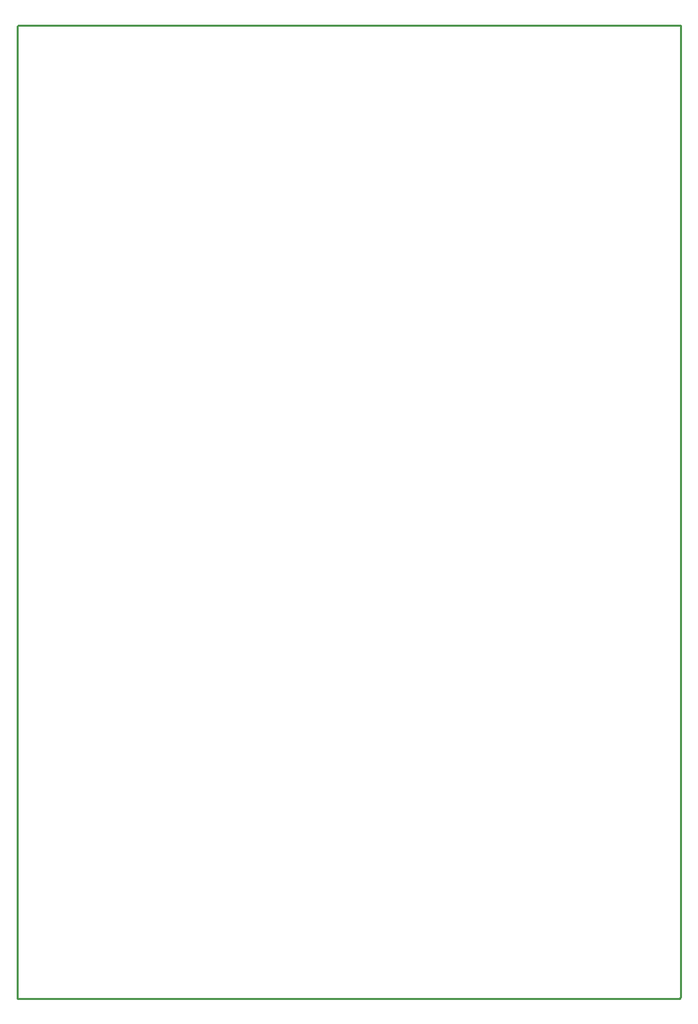
<source format=gko>
G04 Layer_Color=16711935*
%FSLAX25Y25*%
%MOIN*%
G70*
G01*
G75*
%ADD28C,0.01000*%
D28*
X100500Y56500D02*
X431500D01*
X100500D02*
Y542000D01*
X101000Y542500D02*
X432000D01*
X100500Y542000D02*
X101000Y542500D01*
X431500Y56500D02*
X432000Y57000D01*
Y542000D01*
M02*

</source>
